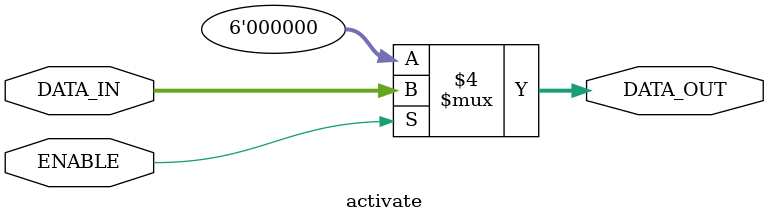
<source format=v>
module activate (DATA_IN,DATA_OUT,ENABLE);
input[5:0] DATA_IN;
input ENABLE;
output[5:0] DATA_OUT;
reg[5:0] DATA_OUT;
always @(*)begin
	if(ENABLE == 1)
		DATA_OUT = DATA_IN;
	else
		DATA_OUT = 0;
end
endmodule
</source>
